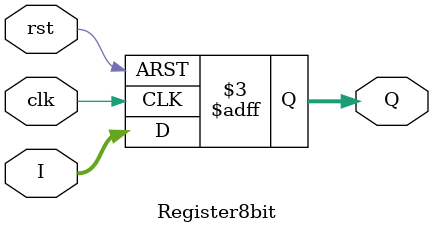
<source format=v>

`timescale 1ns / 1ps

module Register8bit(clk, rst, I, Q);

	input clk, rst;
	input [7:0] I;
	output [7:0] Q;
	reg [7:0] Q;

	always @(posedge clk or posedge rst) begin
		
		if(rst == 1'b1)
			Q <= 8'b0;
		else
			Q <= I;
	end

endmodule

</source>
